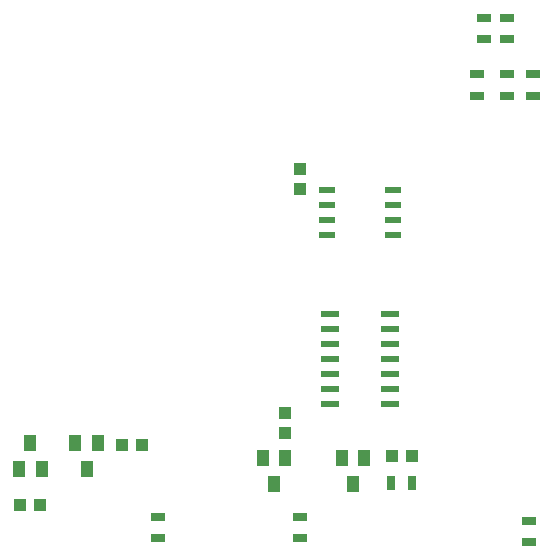
<source format=gtp>
G75*
%MOIN*%
%OFA0B0*%
%FSLAX24Y24*%
%IPPOS*%
%LPD*%
%AMOC8*
5,1,8,0,0,1.08239X$1,22.5*
%
%ADD10R,0.0394X0.0433*%
%ADD11R,0.0433X0.0394*%
%ADD12R,0.0394X0.0551*%
%ADD13R,0.0560X0.0220*%
%ADD14R,0.0630X0.0220*%
%ADD15R,0.0472X0.0315*%
%ADD16R,0.0315X0.0472*%
D10*
X011725Y005140D03*
X011725Y005810D03*
X012225Y013265D03*
X012225Y013935D03*
D11*
X002890Y002725D03*
X003560Y002725D03*
X006265Y004725D03*
X006935Y004725D03*
X015265Y004350D03*
X015935Y004350D03*
D12*
X014349Y004283D03*
X013601Y004283D03*
X013975Y003417D03*
X011724Y004283D03*
X010976Y004283D03*
X011350Y003417D03*
X005474Y004783D03*
X004726Y004783D03*
X005100Y003917D03*
X003599Y003917D03*
X002851Y003917D03*
X003225Y004783D03*
D13*
X013125Y011725D03*
X013125Y012225D03*
X013125Y012725D03*
X013125Y013225D03*
X015325Y013225D03*
X015325Y012725D03*
X015325Y012225D03*
X015325Y011725D03*
D14*
X015225Y009100D03*
X015225Y008600D03*
X015225Y008100D03*
X015225Y007600D03*
X015225Y007100D03*
X015225Y006600D03*
X015225Y006100D03*
X013225Y006100D03*
X013225Y006600D03*
X013225Y007100D03*
X013225Y007600D03*
X013225Y008100D03*
X013225Y008600D03*
X013225Y009100D03*
D15*
X012225Y002329D03*
X012225Y001621D03*
X007475Y001621D03*
X007475Y002329D03*
X019850Y002204D03*
X019850Y001496D03*
X019975Y016371D03*
X019975Y017079D03*
X019100Y017079D03*
X019100Y016371D03*
X018100Y016371D03*
X018100Y017079D03*
X018350Y018246D03*
X018350Y018954D03*
X019100Y018954D03*
X019100Y018246D03*
D16*
X015954Y003475D03*
X015246Y003475D03*
M02*

</source>
